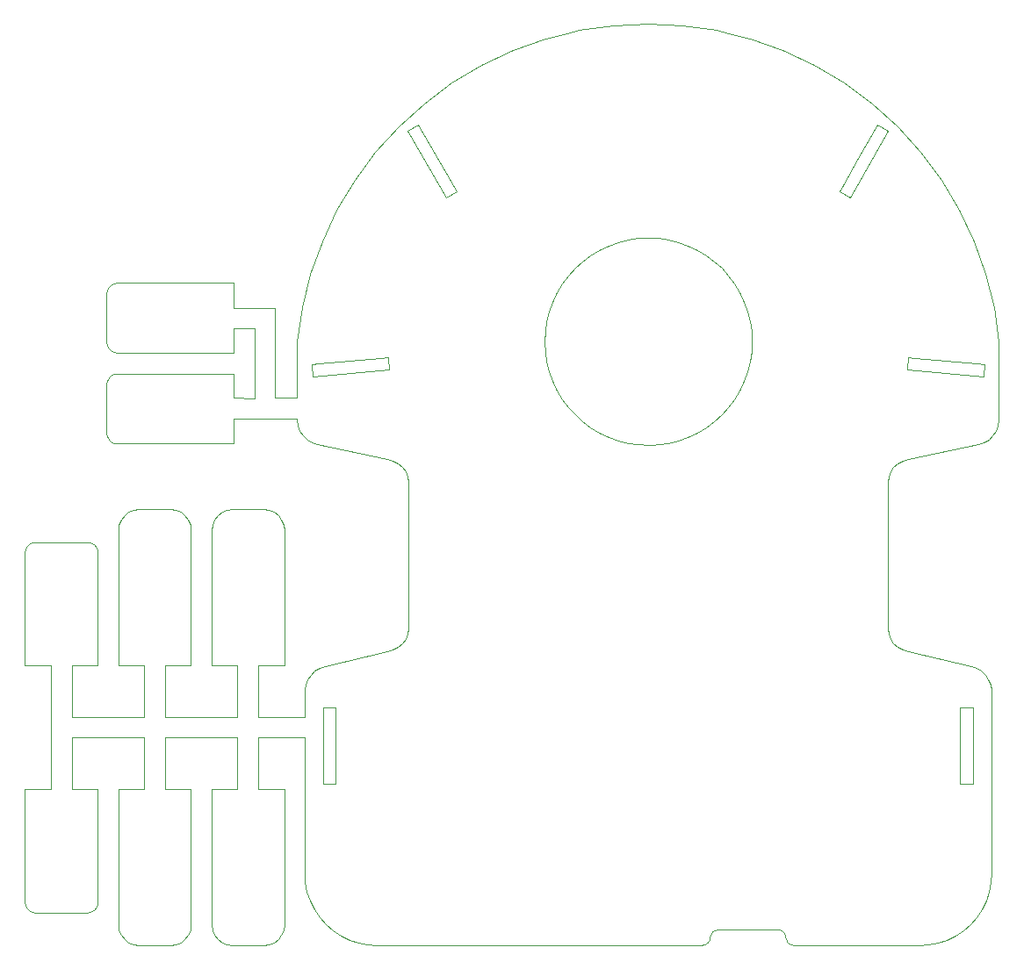
<source format=gm1>
G04 #@! TF.GenerationSoftware,KiCad,Pcbnew,(5.1.2)-2*
G04 #@! TF.CreationDate,2020-01-02T13:05:31+01:00*
G04 #@! TF.ProjectId,PCB_ZoroBot_v3,5043425f-5a6f-4726-9f42-6f745f76332e,rev?*
G04 #@! TF.SameCoordinates,PX5b1e540PY8239800*
G04 #@! TF.FileFunction,Profile,NP*
%FSLAX46Y46*%
G04 Gerber Fmt 4.6, Leading zero omitted, Abs format (unit mm)*
G04 Created by KiCad (PCBNEW (5.1.2)-2) date 2020-01-02 13:05:31*
%MOMM*%
%LPD*%
G04 APERTURE LIST*
%ADD10C,0.100000*%
G04 APERTURE END LIST*
D10*
X7939634Y58211342D02*
X7973708Y57952523D01*
X8232527Y57504235D02*
X8439634Y57345316D01*
X8439634Y63823366D02*
X8680815Y63923267D01*
X20197491Y57211151D02*
X20197491Y59584151D01*
X8680815Y57245416D02*
X8939634Y57211342D01*
X7973708Y57952523D02*
X8073608Y57711342D01*
X8073608Y63457341D02*
X8232527Y63664447D01*
X20197491Y57211151D02*
X8940800Y57211151D01*
X8439634Y57345316D02*
X8680815Y57245416D01*
X8680815Y63923267D02*
X8939634Y63957341D01*
X20197491Y61539120D02*
X20197491Y63957150D01*
X8939634Y63957341D02*
X20197491Y63957150D01*
X7939634Y58211342D02*
X7939634Y62957341D01*
X7973708Y63216160D02*
X8073608Y63457341D01*
X7939634Y62957341D02*
X7973708Y63216160D01*
X8232527Y63664447D02*
X8439634Y63823366D01*
X8073608Y57711342D02*
X8232527Y57504235D01*
X8939634Y55199421D02*
X20197491Y55199230D01*
X8439634Y48587396D02*
X8680815Y48487496D01*
X20197491Y52842160D02*
X20197491Y55199230D01*
X8232527Y54906527D02*
X8439634Y55065446D01*
X8439634Y55065446D02*
X8680815Y55165347D01*
X7973708Y54458240D02*
X8073608Y54699421D01*
X20197491Y48453231D02*
X20197491Y50826231D01*
X8680815Y55165347D02*
X8939634Y55199421D01*
X20197491Y48453231D02*
X8940800Y48453231D01*
X8073608Y54699421D02*
X8232527Y54906527D01*
X7973708Y49194603D02*
X8073608Y48953422D01*
X7939634Y54199421D02*
X7973708Y54458240D01*
X8232527Y48746315D02*
X8439634Y48587396D01*
X8073608Y48953422D02*
X8232527Y48746315D01*
X7939634Y49453422D02*
X7939634Y54199421D01*
X8680815Y48487496D02*
X8939634Y48453422D01*
X7939634Y49453422D02*
X7973708Y49194603D01*
X24197920Y52848520D02*
X26271619Y52848520D01*
X24197920Y61539120D02*
X24197920Y52848520D01*
X20197491Y61539120D02*
X24197920Y61539120D01*
X22201480Y59584600D02*
X20197491Y59584151D01*
X22201480Y52838360D02*
X22201480Y59584600D01*
X20197491Y52842160D02*
X22201480Y52838360D01*
X20197491Y50826231D02*
X26270560Y50826680D01*
X74128427Y42714D02*
X86243804Y42069D01*
X65377213Y42714D02*
G75*
G03X66154453Y851031I0J777837D01*
G01*
X66844520Y1545600D02*
G75*
G03X66154453Y850434I0J-690086D01*
G01*
X74128427Y42714D02*
G75*
G02X73438360Y737880I0J690086D01*
G01*
X72661120Y1545600D02*
G75*
G02X73438360Y737283I0J-777837D01*
G01*
X66844520Y1545600D02*
X72661120Y1545600D01*
X47104039Y86398699D02*
X50246806Y87523229D01*
X28696617Y67990562D02*
X30123667Y71008024D01*
X26761273Y61609862D02*
X27572210Y64847751D01*
X35023592Y46955620D02*
X28238578Y48384172D01*
X41223647Y83255472D02*
X44086633Y84971532D01*
X79016963Y83255472D02*
X81697955Y81267048D01*
X28450330Y2780739D02*
X29054056Y2092322D01*
X35023592Y28417208D02*
X35548893Y28547275D01*
X92668401Y64847751D02*
X93479337Y61609862D01*
X33090120Y101955D02*
X34003804Y42069D01*
X69392464Y54482721D02*
X68973024Y53595521D01*
X31325020Y574913D02*
X32192070Y280589D01*
X81697955Y81267048D02*
X84171132Y79025409D01*
X29054056Y2092322D02*
X29742474Y1488596D01*
X93182070Y6128469D02*
X93241684Y7042069D01*
X93241684Y7042069D02*
X93236807Y24647108D01*
X92944961Y25691034D02*
X93146748Y25184689D01*
X92980112Y48851377D02*
X93373151Y49229020D01*
X84171132Y79025409D02*
X86412675Y76552145D01*
X91796348Y2780891D02*
X92304852Y3542233D01*
X92247412Y26520722D02*
X92640586Y26143206D01*
X44086633Y84971532D02*
X47104039Y86398699D01*
X89743356Y979961D02*
X90504544Y1488696D01*
X38542655Y81267048D02*
X41223647Y83255472D01*
X27941626Y3542069D02*
X28450330Y2780739D01*
X92709610Y4363445D02*
X93003694Y5230471D01*
X88055330Y280608D02*
X88922266Y574954D01*
X27536647Y4363285D02*
X27941626Y3542069D01*
X24795741Y41122069D02*
X24477903Y41536283D01*
X27682547Y56141842D02*
X27787134Y54946409D01*
X15995541Y40639707D02*
X15795741Y41122069D01*
X26271619Y58308076D02*
X26761273Y61609862D01*
X84691694Y46825440D02*
X85217018Y46955620D01*
X92565061Y56141843D02*
X91867725Y56202852D01*
X91440536Y15631313D02*
X91440536Y23031313D01*
X30008164Y15631313D02*
X30008164Y23031313D01*
X35158975Y55591361D02*
X35054388Y56786795D01*
X83301945Y78614472D02*
X82262714Y79214472D01*
X7063690Y37948766D02*
X7063690Y27082069D01*
X93146748Y25184689D02*
X93236807Y24647108D01*
X91440536Y23031313D02*
X90239438Y23031313D01*
X197665Y38448766D02*
X97765Y38207585D01*
X22563690Y27082069D02*
X22563690Y22082069D01*
X82262714Y79214472D02*
X81912714Y78608254D01*
X78912714Y73412102D02*
X78562714Y72805884D01*
X36027851Y28799182D02*
X35548893Y28547275D01*
X83807913Y46214220D02*
X84212731Y46573434D01*
X90504544Y1488696D02*
X91192802Y2092450D01*
X67854446Y88059125D02*
X69993805Y87523229D01*
X9063690Y40122069D02*
X9063690Y27082069D01*
X56786430Y88824075D02*
X60120305Y88987861D01*
X31368468Y56464319D02*
X28379883Y56202851D01*
X66755946Y88334292D02*
X67854446Y88059125D01*
X23581328Y42053921D02*
X23063690Y42122069D01*
X30008164Y23031313D02*
X28807066Y23031313D01*
X36931632Y45262525D02*
X36739888Y45768635D01*
X88879141Y56464319D02*
X85890557Y56725787D01*
X30123667Y71008024D02*
X31839616Y73871076D01*
X53484664Y88334292D02*
X56786430Y88824075D01*
X36996807Y30647108D02*
X36996807Y44725250D01*
X28807066Y15631313D02*
X30008164Y15631313D01*
X35054388Y56786795D02*
X34357052Y56725786D01*
X30503804Y979892D02*
X31325020Y574913D01*
X92304852Y3542233D02*
X92709610Y4363445D01*
X69722924Y55406762D02*
X69392464Y54482721D01*
X24477903Y41536283D02*
X24063690Y41854120D01*
X91543993Y67990562D02*
X92668401Y64847751D01*
X91867725Y56202852D02*
X88879141Y56464319D01*
X563691Y38814792D02*
X356584Y38655873D01*
X80412714Y76010178D02*
X78912714Y73412102D01*
X85193220Y56786796D02*
X85088633Y55591362D01*
X90239438Y23031313D02*
X90239438Y15631313D01*
X36432675Y29158314D02*
X36027851Y28799182D01*
X85217018Y28417208D02*
X84691717Y28547275D01*
X93479337Y61609862D02*
X93968992Y58308076D01*
X78562714Y72805884D02*
X79601945Y72205884D01*
X90116943Y71008024D02*
X91543993Y67990562D01*
X6563690Y38814792D02*
X6770796Y38655873D01*
X28238578Y48384172D02*
X27724542Y48565445D01*
X9063690Y27082069D02*
X11563690Y27082069D01*
X34003804Y42069D02*
X65377213Y42714D01*
X13563690Y22082069D02*
X20563690Y22082069D01*
X356584Y38655873D02*
X197665Y38448766D01*
X63454180Y88824075D02*
X66755946Y88334292D01*
X25063690Y40122069D02*
X24995541Y40639707D01*
X92460474Y54946409D02*
X92565061Y56141843D01*
X34357052Y56725786D02*
X31368468Y56464319D01*
X91192802Y2092450D02*
X91796348Y2780891D01*
X27295649Y25691034D02*
X27093862Y25184689D01*
X10063690Y41854120D02*
X9649476Y41536283D01*
X4563690Y22082069D02*
X11563690Y22082069D01*
X27572210Y64847751D02*
X28696617Y67990562D01*
X76153978Y84971532D02*
X79016963Y83255472D01*
X28971485Y26987532D02*
X35023592Y28417208D01*
X90239438Y15631313D02*
X91440536Y15631313D01*
X85890557Y56725787D02*
X85193220Y56786796D01*
X28379883Y56202851D02*
X27682547Y56141842D01*
X36069479Y79025409D02*
X38542655Y81267048D01*
X85088633Y55591362D02*
X92460474Y54946409D01*
X60120305Y88987861D02*
X63454180Y88824075D01*
X86412675Y76552145D02*
X88400995Y73871076D01*
X81912714Y78608254D02*
X80412714Y76010178D01*
X22563690Y22082069D02*
X27003804Y22082069D01*
X804872Y38914692D02*
X563691Y38814792D01*
X86243804Y42069D02*
X87157386Y101960D01*
X27787134Y54946409D02*
X35158975Y55591361D01*
X1063691Y38948766D02*
X6063690Y38948766D01*
X27063690Y6128386D02*
X27242323Y5230336D01*
X24995541Y40639707D02*
X24795741Y41122069D01*
X2563691Y15082069D02*
X63691Y15082069D01*
X27003804Y7042069D02*
X27063690Y6128386D01*
X18063690Y27082069D02*
X20563690Y27082069D01*
X25063690Y27082069D02*
X25063690Y40122069D01*
X18131838Y40639707D02*
X18063690Y40122069D01*
X6063690Y38948766D02*
X6322509Y38914692D01*
X63691Y27082069D02*
X63691Y37948766D01*
X7029616Y3956553D02*
X7063690Y4215372D01*
X6063690Y3215372D02*
X1063691Y3215372D01*
X15063690Y41854120D02*
X14581328Y42053921D01*
X6563690Y3349347D02*
X6770796Y3508266D01*
X563691Y3349347D02*
X356584Y3508266D01*
X13563690Y27082069D02*
X16063690Y27082069D01*
X6063690Y3215372D02*
X6322509Y3249447D01*
X9649476Y41536283D02*
X9331639Y41122069D01*
X4563690Y27082069D02*
X7063690Y27082069D01*
X9063690Y15082069D02*
X9063690Y2042069D01*
X19063690Y41854120D02*
X18649476Y41536283D01*
X11563690Y15082069D02*
X9063690Y15082069D01*
X7063690Y15082069D02*
X4563690Y15082069D01*
X356584Y3508266D02*
X197665Y3715372D01*
X7029616Y38207585D02*
X7063690Y37948766D01*
X14063690Y42122069D02*
X11063690Y42122069D01*
X6322509Y38914692D02*
X6563690Y38814792D01*
X18063690Y40122069D02*
X18063690Y27082069D01*
X15795741Y41122069D02*
X15477903Y41536283D01*
X11563690Y22082069D02*
X11563690Y27082069D01*
X9331639Y41122069D02*
X9131838Y40639707D01*
X6322509Y3249447D02*
X6563690Y3349347D01*
X15477903Y41536283D02*
X15063690Y41854120D01*
X18331639Y41122069D02*
X18131838Y40639707D01*
X11063690Y42122069D02*
X10546052Y42053921D01*
X63691Y27082069D02*
X2563691Y27082069D01*
X197665Y3715372D02*
X97765Y3956553D01*
X4563690Y22082069D02*
X4563690Y27082069D01*
X2563691Y27082069D02*
X2563691Y15082069D01*
X6929715Y38448766D02*
X7029616Y38207585D01*
X97765Y3956553D02*
X63691Y4215372D01*
X22563690Y27082069D02*
X25063690Y27082069D01*
X14581328Y42053921D02*
X14063690Y42122069D01*
X19546052Y42053921D02*
X19063690Y41854120D01*
X6770796Y38655873D02*
X6929715Y38448766D01*
X16063690Y40122069D02*
X15995541Y40639707D01*
X13563690Y27082069D02*
X13563690Y22082069D01*
X9131838Y40639707D02*
X9063690Y40122069D01*
X11563690Y20082069D02*
X4563690Y20082069D01*
X1063691Y38948766D02*
X804872Y38914692D01*
X63691Y4215372D02*
X63691Y15082069D01*
X9331639Y1042069D02*
X9649476Y627856D01*
X23063690Y42122069D02*
X20063690Y42122069D01*
X97765Y38207585D02*
X63691Y37948766D01*
X25063690Y15082069D02*
X22563690Y15082069D01*
X11063690Y42069D02*
X14063690Y42069D01*
X10063690Y310019D02*
X10546052Y110218D01*
X9649476Y627856D02*
X10063690Y310019D01*
X18331639Y1042069D02*
X18649476Y627856D01*
X7063690Y15082069D02*
X7063690Y4215372D01*
X6929715Y3715372D02*
X7029616Y3956553D01*
X6770796Y3508266D02*
X6929715Y3715372D01*
X16063690Y27082069D02*
X16063690Y40122069D01*
X10546052Y42053921D02*
X10063690Y41854120D01*
X804872Y3249447D02*
X563691Y3349347D01*
X20063690Y42122069D02*
X19546052Y42053921D01*
X4563690Y15082069D02*
X4563690Y20082069D01*
X9131838Y1524431D02*
X9331639Y1042069D01*
X1063691Y3215372D02*
X804872Y3249447D01*
X27003804Y20082069D02*
X22563690Y20082069D01*
X18649476Y41536283D02*
X18331639Y41122069D01*
X20563690Y22082069D02*
X20563690Y27082069D01*
X11563690Y15082069D02*
X11563690Y20082069D01*
X24063690Y41854120D02*
X23581328Y42053921D01*
X18063690Y15082069D02*
X18063690Y2042069D01*
X16063690Y2042069D02*
X16063690Y15082069D01*
X10546052Y110218D02*
X11063690Y42069D01*
X23581328Y110218D02*
X24063690Y310019D01*
X14581328Y110218D02*
X15063690Y310019D01*
X20063690Y42069D02*
X23063690Y42069D01*
X14063690Y42069D02*
X14581328Y110218D01*
X22563690Y20082069D02*
X22563690Y15082069D01*
X24477903Y627856D02*
X24795741Y1042069D01*
X18063690Y2042069D02*
X18131838Y1524431D01*
X20563690Y15082069D02*
X18063690Y15082069D01*
X18649476Y627856D02*
X19063690Y310019D01*
X19546052Y110218D02*
X20063690Y42069D01*
X23063690Y42069D02*
X23581328Y110218D01*
X25063690Y2042069D02*
X25063690Y15082069D01*
X20563690Y15082069D02*
X20563690Y20082069D01*
X15477903Y627856D02*
X15795741Y1042069D01*
X15795741Y1042069D02*
X15995541Y1524431D01*
X9063690Y2042069D02*
X9131838Y1524431D01*
X27003804Y20082069D02*
X27003804Y7042069D01*
X18131838Y1524431D02*
X18331639Y1042069D01*
X16063690Y15082069D02*
X13563690Y15082069D01*
X24995541Y1524431D02*
X25063690Y2042069D01*
X15063690Y310019D02*
X15477903Y627856D01*
X28807066Y23031313D02*
X28807066Y15631313D01*
X24063690Y310019D02*
X24477903Y627856D01*
X19063690Y310019D02*
X19546052Y110218D01*
X15995541Y1524431D02*
X16063690Y2042069D01*
X24795741Y1042069D02*
X24995541Y1524431D01*
X13563690Y20082069D02*
X13563690Y15082069D01*
X20563690Y20082069D02*
X13563690Y20082069D01*
X50201366Y57326311D02*
X50153056Y58306475D01*
X56324742Y67546259D02*
X57248677Y67877015D01*
X41684894Y72805883D02*
X41334894Y73412101D01*
X54598686Y49992490D02*
X53810361Y50576956D01*
X39834894Y76010177D02*
X38334894Y78608254D01*
X63981370Y49069894D02*
X63057435Y48739138D01*
X50583188Y61209390D02*
X50913648Y62133431D01*
X50344891Y60257409D02*
X50583188Y61209390D01*
X51333089Y63020631D02*
X51837471Y63862447D01*
X53080856Y65378012D02*
X53807886Y66037165D01*
X58200582Y68115616D02*
X59171291Y68259766D01*
X59174479Y48356072D02*
X58203724Y48499911D01*
X62105530Y48500536D02*
X61134821Y48356386D01*
X55437677Y67126534D02*
X56324742Y67546259D01*
X37984894Y79214471D02*
X36945663Y78614471D01*
X57251742Y48738208D02*
X56327702Y49068668D01*
X65710090Y49994270D02*
X64868436Y49489619D01*
X53810361Y50576956D02*
X53083121Y51235876D01*
X58203724Y48499911D02*
X57251742Y48738208D01*
X51839250Y52751042D02*
X51334599Y53592697D01*
X55440501Y49488109D02*
X54598686Y49992490D01*
X64865611Y67128044D02*
X65707427Y66623662D01*
X67225256Y51238141D02*
X66498227Y50578988D01*
X79601945Y72205884D02*
X83301945Y78614472D01*
X40645663Y72205883D02*
X41684894Y72805883D01*
X66498227Y50578988D02*
X65710090Y49994270D01*
X36945663Y78614471D02*
X40645663Y72205883D01*
X59171291Y68259766D02*
X59730775Y68287342D01*
X38334894Y78608254D02*
X37984894Y79214471D01*
X57248677Y67877015D02*
X58200582Y68115616D01*
X56327702Y49068668D02*
X55440501Y49488109D01*
X67222992Y65380276D02*
X67882145Y64653247D01*
X64868436Y49489619D02*
X63981370Y49069894D01*
X50584118Y55403697D02*
X50345516Y56355602D01*
X50914874Y54479762D02*
X50584118Y55403697D01*
X50153056Y58306475D02*
X50201052Y59286654D01*
X93003694Y5230471D02*
X93182070Y6128469D01*
X69993805Y87523229D02*
X73136571Y86398699D01*
X73136571Y86398699D02*
X76153978Y84971532D01*
X50201052Y59286654D02*
X50344891Y60257409D01*
X83243804Y30647108D02*
X83243804Y44725250D01*
X27993199Y26520722D02*
X27600024Y26143206D01*
X50246806Y87523229D02*
X52386164Y88059125D01*
X36931628Y30109884D02*
X36996807Y30647108D01*
X33827936Y76552145D02*
X36069479Y79025409D01*
X83500723Y45768635D02*
X83807913Y46214220D01*
X29742474Y1488596D02*
X30503804Y979892D01*
X32192070Y280589D02*
X33090120Y101955D01*
X83308979Y45262525D02*
X83500723Y45768635D01*
X27242323Y5230336D02*
X27536647Y4363285D01*
X83243804Y44725250D02*
X83308979Y45262525D01*
X35548917Y46825440D02*
X35023592Y46955620D01*
X83807935Y29158314D02*
X84212760Y28799182D01*
X63054371Y67877944D02*
X63978411Y67547484D01*
X27026388Y24781919D02*
X27003804Y24647108D01*
X67882145Y64653247D02*
X68466863Y63865110D01*
X88922266Y574954D02*
X89743356Y979961D01*
X28457361Y26806478D02*
X27993199Y26520722D01*
X52386164Y88059125D02*
X53484664Y88334292D01*
X67884177Y51965381D02*
X67225256Y51238141D01*
X53083121Y51235876D02*
X52423968Y51962906D01*
X88400995Y73871076D02*
X90116943Y71008024D01*
X93373151Y49229020D02*
X93677386Y49681274D01*
X61131634Y68260080D02*
X62102389Y68116241D01*
X60575338Y48328811D02*
X60154658Y48308076D01*
X27260498Y48851377D02*
X26867460Y49229020D01*
X36739876Y29603831D02*
X36432675Y29158314D01*
X65707427Y66623662D02*
X66495751Y66039197D01*
X51837471Y63862447D02*
X52421936Y64650771D01*
X92516069Y48565445D02*
X92980112Y48851377D01*
X68468642Y52753706D02*
X67884177Y51965381D01*
X36931628Y30109884D02*
X36739876Y29603831D01*
X36996807Y44725250D02*
X36931632Y45262525D01*
X26361566Y50187661D02*
X26270560Y50826680D01*
X27600024Y26143206D02*
X27295649Y25691034D01*
X70153056Y58309678D02*
X70105060Y57329499D01*
X83500735Y29603831D02*
X83807935Y29158314D01*
X31839616Y73871076D02*
X33827936Y76552145D01*
X69391239Y62136390D02*
X69721995Y61212455D01*
X28971485Y26987532D02*
X28457361Y26806478D01*
X63978411Y67547484D02*
X64865611Y67128044D01*
X59730775Y68287342D02*
X60151455Y68308076D01*
X54596022Y66621883D02*
X55437677Y67126534D01*
X87157386Y101960D02*
X88055330Y280608D01*
X70104746Y59289841D02*
X70153056Y58309678D01*
X62102389Y68116241D02*
X63054371Y67877944D01*
X70105060Y57329499D02*
X69961221Y56358744D01*
X91269125Y26987532D02*
X85217018Y28417208D01*
X92640586Y26143206D02*
X92944961Y25691034D01*
X83308982Y30109884D02*
X83500735Y29603831D01*
X66495751Y66039197D02*
X67222992Y65380276D01*
X69960597Y60260550D02*
X70104746Y59289841D01*
X92002033Y48384172D02*
X92516069Y48565445D01*
X93968992Y50725250D02*
X93968992Y58308076D01*
X26563224Y49681274D02*
X26361566Y50187661D01*
X41334894Y73412101D02*
X39834894Y76010177D01*
X61134821Y48356386D02*
X60575338Y48328811D01*
X69961221Y56358744D02*
X69722924Y55406762D01*
X68973024Y53595521D02*
X68468642Y52753706D01*
X84212760Y28799182D02*
X84691717Y28547275D01*
X52423968Y51962906D02*
X51839250Y52751042D01*
X68466863Y63865110D02*
X68971514Y63023456D01*
X63057435Y48739138D02*
X62105530Y48500536D01*
X60154658Y48308076D02*
X59174479Y48356072D01*
X53807886Y66037165D02*
X54596022Y66621883D01*
X83243804Y30647108D02*
X83308982Y30109884D01*
X85217018Y46955620D02*
X92002033Y48384172D01*
X36739888Y45768635D02*
X36432697Y46214220D01*
X91269125Y26987532D02*
X91783249Y26806478D01*
X52421936Y64650771D02*
X53080856Y65378012D01*
X60151455Y68308076D02*
X61131634Y68260080D01*
X27724542Y48565445D02*
X27260498Y48851377D01*
X26271619Y52848520D02*
X26271619Y58308076D01*
X68971514Y63023456D02*
X69391239Y62136390D01*
X91783249Y26806478D02*
X92247412Y26520722D01*
X93879044Y50187661D02*
X93968992Y50725250D01*
X84212731Y46573434D02*
X84691694Y46825440D01*
X93677386Y49681274D02*
X93879044Y50187661D01*
X27093862Y25184689D02*
X27026388Y24781919D01*
X69721995Y61212455D02*
X69960597Y60260550D01*
X51334599Y53592697D02*
X50914874Y54479762D01*
X36432697Y46214220D02*
X36027879Y46573434D01*
X36027879Y46573434D02*
X35548917Y46825440D01*
X50345516Y56355602D02*
X50201366Y57326311D01*
X50913648Y62133431D02*
X51333089Y63020631D01*
X27003804Y24647108D02*
X27003804Y22082069D01*
X26867460Y49229020D02*
X26563224Y49681274D01*
M02*

</source>
